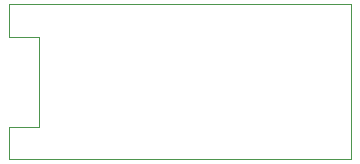
<source format=gm1>
G04 #@! TF.GenerationSoftware,KiCad,Pcbnew,(5.1.10-1-10_14)*
G04 #@! TF.CreationDate,2021-07-01T15:51:22+08:00*
G04 #@! TF.ProjectId,fst-01,6673742d-3031-42e6-9b69-6361645f7063,1.3*
G04 #@! TF.SameCoordinates,PX791ddc0PY5e69114*
G04 #@! TF.FileFunction,Profile,NP*
%FSLAX45Y45*%
G04 Gerber Fmt 4.5, Leading zero omitted, Abs format (unit mm)*
G04 Created by KiCad (PCBNEW (5.1.10-1-10_14)) date 2021-07-01 15:51:22*
%MOMM*%
%LPD*%
G01*
G04 APERTURE LIST*
G04 #@! TA.AperFunction,Profile*
%ADD10C,0.099060*%
G04 #@! TD*
G04 APERTURE END LIST*
D10*
X-1524000Y381000D02*
X-1270000Y381000D01*
X-1270000Y381000D02*
X-1270000Y-381000D01*
X-1270000Y-381000D02*
X-1524000Y-381000D01*
X-1524000Y657098D02*
X-1524000Y381000D01*
X-1524000Y-381000D02*
X-1524000Y-657860D01*
X1369060Y-657860D02*
X1369060Y657098D01*
X-1524000Y-657860D02*
X1369060Y-657860D01*
X1369060Y657098D02*
X-1524000Y657098D01*
M02*

</source>
